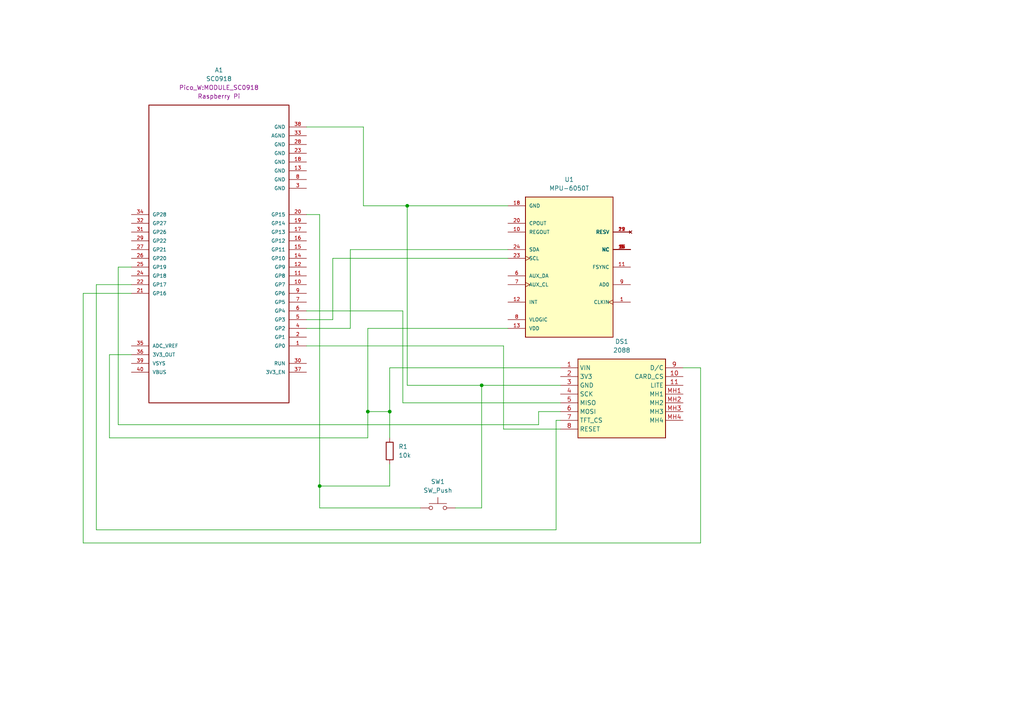
<source format=kicad_sch>
(kicad_sch (version 20231120) (generator "eeschema") (generator_version "8.0")
  (paper "A4")
  (title_block (title "Pico Wand") (date "2024-05-18"))
  (lib_symbols
    (symbol "Device:R" (pin_numbers hide) (pin_names (offset 0))
      (property "Reference" "R" (at 2.032 0 90))
      (property "Value" "R" (at 0 0 90))
      (symbol "R_0_1"
        (rectangle (start -1.016 -2.54) (end 1.016 2.54) (stroke (width 0.254)))
      )
      (symbol "R_1_1"
        (pin passive line (at 0 3.81 270) (length 1.27) (name "~") (number "1"))
        (pin passive line (at 0 -3.81 90) (length 1.27) (name "~") (number "2"))
      )
    )
    (symbol "MPU-6050:MPU-6050T" (pin_names (offset 1.016))
      (property "Reference" "U" (at -12.7 21.082 0))
      (property "Value" "MPU-6050T" (at -12.7 -22.86 0))
      (symbol "MPU-6050T_0_0"
        (rectangle (start -12.7 -20.32) (end 12.7 20.32) (stroke (width 0.254)) (fill (type background)))
        (pin input clock (at -17.78 10.16 0) (length 5.08) (name "CLKIN") (number "1"))
        (pin passive line (at 17.78 -10.16 180) (length 5.08) (name "REGOUT") (number "10"))
        (pin input line (at -17.78 0 0) (length 5.08) (name "FSYNC") (number "11"))
        (pin output line (at 17.78 10.16 180) (length 5.08) (name "INT") (number "12"))
        (pin power_in line (at 17.78 17.78 180) (length 5.08) (name "VDD") (number "13"))
        (pin passive line (at -17.78 -5.08 0) (length 5.08) (name "NC") (number "14"))
        (pin passive line (at -17.78 -5.08 0) (length 5.08) (name "NC") (number "15"))
        (pin passive line (at -17.78 -5.08 0) (length 5.08) (name "NC") (number "16"))
        (pin passive line (at -17.78 -5.08 0) (length 5.08) (name "NC") (number "17"))
        (pin power_in line (at 17.78 -17.78 180) (length 5.08) (name "GND") (number "18"))
        (pin no_connect line (at -17.78 -10.16 0) (length 5.08) (name "RESV") (number "19"))
        (pin passive line (at -17.78 -5.08 0) (length 5.08) (name "NC") (number "2"))
        (pin passive line (at 17.78 -12.7 180) (length 5.08) (name "CPOUT") (number "20"))
        (pin no_connect line (at -17.78 -10.16 0) (length 5.08) (name "RESV") (number "21"))
        (pin no_connect line (at -17.78 -10.16 0) (length 5.08) (name "RESV") (number "22"))
        (pin input clock (at 17.78 -2.54 180) (length 5.08) (name "SCL") (number "23"))
        (pin bidirectional line (at 17.78 -5.08 180) (length 5.08) (name "SDA") (number "24"))
        (pin passive line (at -17.78 -5.08 0) (length 5.08) (name "NC") (number "3"))
        (pin passive line (at -17.78 -5.08 0) (length 5.08) (name "NC") (number "4"))
        (pin passive line (at -17.78 -5.08 0) (length 5.08) (name "NC") (number "5"))
        (pin bidirectional line (at 17.78 2.54 180) (length 5.08) (name "AUX_DA") (number "6"))
        (pin output clock (at 17.78 5.08 180) (length 5.08) (name "AUX_CL") (number "7"))
        (pin power_in line (at 17.78 15.24 180) (length 5.08) (name "VLOGIC") (number "8"))
        (pin input line (at -17.78 5.08 0) (length 5.08) (name "AD0") (number "9"))
      )
    )
    (symbol "Pico_W:SC0918" (pin_names (offset 1.016))
      (property "Reference" "A1" (at 0 58.42 0))
      (property "Value" "SC0918" (at 0 55.88 0))
      (property "Footprint" "Pico_W:MODULE_SC0918" (at -12.7 -46.99 0))
      (property "manufacturer" "Raspberry Pi" (at 0 53.34 0))
      (symbol "SC0918_0_0"
        (rectangle (start -20.32 -43.18) (end 20.32 43.18) (stroke (width 0.254)))
        (pin bidirectional line (at -25.4 26.67 0) (length 5.08) (name "GP0") (number "1"))
        (pin bidirectional line (at -25.4 8.89 0) (length 5.08) (name "GP7") (number "10"))
        (pin bidirectional line (at -25.4 6.35 0) (length 5.08) (name "GP8") (number "11"))
        (pin bidirectional line (at -25.4 3.81 0) (length 5.08) (name "GP9") (number "12"))
        (pin power_in line (at -25.4 -24.13 0) (length 5.08) (name "GND") (number "13"))
        (pin bidirectional line (at -25.4 1.27 0) (length 5.08) (name "GP10") (number "14"))
        (pin bidirectional line (at -25.4 -1.27 0) (length 5.08) (name "GP11") (number "15"))
        (pin bidirectional line (at -25.4 -3.81 0) (length 5.08) (name "GP12") (number "16"))
        (pin bidirectional line (at -25.4 -6.35 0) (length 5.08) (name "GP13") (number "17"))
        (pin power_in line (at -25.4 -26.67 0) (length 5.08) (name "GND") (number "18"))
        (pin bidirectional line (at -25.4 -8.89 0) (length 5.08) (name "GP14") (number "19"))
        (pin bidirectional line (at -25.4 24.13 0) (length 5.08) (name "GP1") (number "2"))
        (pin bidirectional line (at -25.4 -11.43 0) (length 5.08) (name "GP15") (number "20"))
        (pin bidirectional line (at 25.4 11.43 180) (length 5.08) (name "GP16") (number "21"))
        (pin bidirectional line (at 25.4 8.89 180) (length 5.08) (name "GP17") (number "22"))
        (pin power_in line (at -25.4 -29.21 0) (length 5.08) (name "GND") (number "23"))
        (pin bidirectional line (at 25.4 6.35 180) (length 5.08) (name "GP18") (number "24"))
        (pin bidirectional line (at 25.4 3.81 180) (length 5.08) (name "GP19") (number "25"))
        (pin bidirectional line (at 25.4 1.27 180) (length 5.08) (name "GP20") (number "26"))
        (pin bidirectional line (at 25.4 -1.27 180) (length 5.08) (name "GP21") (number "27"))
        (pin power_in line (at -25.4 -31.75 0) (length 5.08) (name "GND") (number "28"))
        (pin bidirectional line (at 25.4 -3.81 180) (length 5.08) (name "GP22") (number "29"))
        (pin power_in line (at -25.4 -19.05 0) (length 5.08) (name "GND") (number "3"))
        (pin input line (at -25.4 31.75 0) (length 5.08) (name "RUN") (number "30"))
        (pin bidirectional line (at 25.4 -6.35 180) (length 5.08) (name "GP26") (number "31"))
        (pin bidirectional line (at 25.4 -8.89 180) (length 5.08) (name "GP27") (number "32"))
        (pin power_in line (at -25.4 -34.29 0) (length 5.08) (name "AGND") (number "33"))
        (pin bidirectional line (at 25.4 -11.43 180) (length 5.08) (name "GP28") (number "34"))
        (pin power_in line (at 25.4 26.67 180) (length 5.08) (name "ADC_VREF") (number "35"))
        (pin power_in line (at 25.4 29.21 180) (length 5.08) (name "3V3_OUT") (number "36"))
        (pin input line (at -25.4 34.29 0) (length 5.08) (name "3V3_EN") (number "37"))
        (pin power_in line (at -25.4 -36.83 0) (length 5.08) (name "GND") (number "38"))
        (pin free line (at 25.4 31.75 180) (length 5.08) (name "VSYS") (number "39"))
        (pin bidirectional line (at -25.4 21.59 0) (length 5.08) (name "GP2") (number "4"))
        (pin free line (at 25.4 34.29 180) (length 5.08) (name "VBUS") (number "40"))
        (pin bidirectional line (at -25.4 19.05 0) (length 5.08) (name "GP3") (number "5"))
        (pin bidirectional line (at -25.4 16.51 0) (length 5.08) (name "GP4") (number "6"))
        (pin bidirectional line (at -25.4 13.97 0) (length 5.08) (name "GP5") (number "7"))
        (pin power_in line (at -25.4 -21.59 0) (length 5.08) (name "GND") (number "8"))
        (pin bidirectional line (at -25.4 11.43 0) (length 5.08) (name "GP6") (number "9"))
      )
    )
    (symbol "ST7735:2088"
      (property "Reference" "DS" (at 31.75 7.62 0))
      (property "Value" "2088" (at 31.75 5.08 0))
      (symbol "2088_1_1"
        (rectangle (start 5.08 2.54) (end 30.48 -20.32) (stroke (width 0.254)) (fill (type background)))
        (pin passive line (at 0 0 0) (length 5.08) (name "VIN") (number "1"))
        (pin passive line (at 35.56 -2.54 180) (length 5.08) (name "CARD_CS") (number "10"))
        (pin passive line (at 35.56 -5.08 180) (length 5.08) (name "LITE") (number "11"))
        (pin passive line (at 0 -2.54 0) (length 5.08) (name "3V3") (number "2"))
        (pin passive line (at 0 -5.08 0) (length 5.08) (name "GND") (number "3"))
        (pin passive line (at 0 -7.62 0) (length 5.08) (name "SCK") (number "4"))
        (pin passive line (at 0 -10.16 0) (length 5.08) (name "MISO") (number "5"))
        (pin passive line (at 0 -12.7 0) (length 5.08) (name "MOSI") (number "6"))
        (pin passive line (at 0 -15.24 0) (length 5.08) (name "TFT_CS") (number "7"))
        (pin passive line (at 0 -17.78 0) (length 5.08) (name "RESET") (number "8"))
        (pin passive line (at 35.56 0 180) (length 5.08) (name "D/C") (number "9"))
        (pin passive line (at 35.56 -7.62 180) (length 5.08) (name "MH1") (number "MH1"))
        (pin passive line (at 35.56 -10.16 180) (length 5.08) (name "MH2") (number "MH2"))
        (pin passive line (at 35.56 -12.7 180) (length 5.08) (name "MH3") (number "MH3"))
        (pin passive line (at 35.56 -15.24 180) (length 5.08) (name "MH4") (number "MH4"))
      )
    )
    (symbol "Switch:SW_Push" (pin_numbers hide) (pin_names (offset 1.016) hide)
      (property "Reference" "SW" (at 1.27 2.54 0))
      (property "Value" "SW_Push" (at 0 -1.524 0))
      (symbol "SW_Push_0_1"
        (circle (center -2.032 0) (radius 0.508))
        (polyline (pts (xy 0 1.27) (xy 0 3.048)))
        (polyline (pts (xy 2.54 1.27) (xy -2.54 1.27)))
        (circle (center 2.032 0) (radius 0.508))
        (pin passive line (at -5.08 0 0) (length 2.54) (name "1") (number "1"))
        (pin passive line (at 5.08 0 180) (length 2.54) (name "2") (number "2"))
      )
    )
  )
  (junction (at 113.03 119.38))
  (junction (at 92.71 140.97))
  (junction (at 139.7 111.76))
  (junction (at 118.11 59.69))
  (junction (at 106.68 119.38))
  (wire (pts (xy 92.71 62.23) (xy 92.71 140.97)))
  (wire (pts (xy 105.41 36.83) (xy 105.41 59.69)))
  (wire (pts (xy 92.71 147.32) (xy 121.92 147.32)))
  (wire (pts (xy 203.2 106.68) (xy 198.12 106.68)))
  (wire (pts (xy 139.7 111.76) (xy 162.56 111.76)))
  (wire (pts (xy 132.08 147.32) (xy 139.7 147.32)))
  (wire (pts (xy 38.1 102.87) (xy 31.75 102.87)))
  (wire (pts (xy 24.13 157.48) (xy 203.2 157.48)))
  (wire (pts (xy 118.11 59.69) (xy 147.32 59.69)))
  (wire (pts (xy 34.29 123.19) (xy 156.21 123.19)))
  (wire (pts (xy 156.21 123.19) (xy 156.21 119.38)))
  (wire (pts (xy 105.41 59.69) (xy 118.11 59.69)))
  (wire (pts (xy 34.29 77.47) (xy 34.29 123.19)))
  (wire (pts (xy 106.68 119.38) (xy 113.03 119.38)))
  (wire (pts (xy 139.7 147.32) (xy 139.7 111.76)))
  (wire (pts (xy 92.71 140.97) (xy 113.03 140.97)))
  (wire (pts (xy 88.9 92.71) (xy 96.52 92.71)))
  (wire (pts (xy 203.2 157.48) (xy 203.2 106.68)))
  (wire (pts (xy 146.05 100.33) (xy 146.05 124.46)))
  (wire (pts (xy 106.68 95.25) (xy 106.68 119.38)))
  (wire (pts (xy 96.52 92.71) (xy 96.52 74.93)))
  (wire (pts (xy 88.9 90.17) (xy 116.84 90.17)))
  (wire (pts (xy 113.03 134.62) (xy 113.03 140.97)))
  (wire (pts (xy 88.9 62.23) (xy 92.71 62.23)))
  (wire (pts (xy 161.29 153.67) (xy 161.29 121.92)))
  (wire (pts (xy 88.9 36.83) (xy 105.41 36.83)))
  (wire (pts (xy 106.68 127) (xy 106.68 119.38)))
  (wire (pts (xy 88.9 95.25) (xy 101.6 95.25)))
  (wire (pts (xy 38.1 85.09) (xy 24.13 85.09)))
  (wire (pts (xy 27.94 82.55) (xy 27.94 153.67)))
  (wire (pts (xy 88.9 100.33) (xy 146.05 100.33)))
  (wire (pts (xy 146.05 124.46) (xy 162.56 124.46)))
  (wire (pts (xy 113.03 106.68) (xy 162.56 106.68)))
  (wire (pts (xy 38.1 82.55) (xy 27.94 82.55)))
  (wire (pts (xy 92.71 147.32) (xy 92.71 140.97)))
  (wire (pts (xy 156.21 119.38) (xy 162.56 119.38)))
  (wire (pts (xy 101.6 95.25) (xy 101.6 72.39)))
  (wire (pts (xy 38.1 77.47) (xy 34.29 77.47)))
  (wire (pts (xy 116.84 90.17) (xy 116.84 116.84)))
  (wire (pts (xy 147.32 95.25) (xy 106.68 95.25)))
  (wire (pts (xy 101.6 72.39) (xy 147.32 72.39)))
  (wire (pts (xy 118.11 59.69) (xy 118.11 111.76)))
  (wire (pts (xy 24.13 85.09) (xy 24.13 157.48)))
  (wire (pts (xy 96.52 74.93) (xy 147.32 74.93)))
  (wire (pts (xy 31.75 102.87) (xy 31.75 127)))
  (wire (pts (xy 116.84 116.84) (xy 162.56 116.84)))
  (wire (pts (xy 113.03 127) (xy 113.03 119.38)))
  (wire (pts (xy 31.75 127) (xy 106.68 127)))
  (wire (pts (xy 27.94 153.67) (xy 161.29 153.67)))
  (wire (pts (xy 118.11 111.76) (xy 139.7 111.76)))
  (wire (pts (xy 113.03 106.68) (xy 113.03 119.38)))
  (wire (pts (xy 161.29 121.92) (xy 162.56 121.92)))
  (symbol (lib_id "MPU-6050:MPU-6050T") (at 165.1 77.47 180) (unit 1)
    (property "Reference" "U1" (at 165.1 52.07 0))
    (property "Value" "MPU-6050T" (at 165.1 54.61 0))
    (property "Footprint" "MPU-6050T:QFN50P400X400X95-24N" (effects (hide yes)))
    (property "MF" "TDK InvenSense" (effects (hide yes)))
    (property "MAXIMUM_PACKAGE_HEIGHT" "0.95mm" (effects (hide yes)))
    (property "Package" "QFN-24 InvenSense" (effects (hide yes)))
    (property "Price" "None" (effects (hide yes)))
    (property "Check_prices" "https://www.snapeda.com/parts/MPU-6050T/InvenSense/view-part/?ref=eda" (effects (hide yes)))
    (property "STANDARD" "IPC-7351B" (effects (hide yes)))
    (property "PARTREV" "3.4" (effects (hide yes)))
    (property "SnapEDA_Link" "https://www.snapeda.com/parts/MPU-6050T/InvenSense/view-part/?ref=snap" (effects (hide yes)))
    (property "MP" "MPU-6050T" (effects (hide yes)))
    (property "Description_1" "\n3-Axis Gyro+3-Axis Accelerometer\n" (effects (hide yes)))
    (property "Availability" "Not in stock" (effects (hide yes)))
    (property "MANUFACTURER" "InvenSense" (effects (hide yes)))
  )
  (symbol (lib_id "Switch:SW_Push") (at 127 147.32 0) (unit 1)
    (property "Reference" "SW1" (at 127 139.7 0))
    (property "Value" "SW_Push" (at 127 142.24 0))
    (property "Description" "Push button switch, generic, two pins" (effects (hide yes)))
  )
  (symbol (lib_id "Device:R") (at 113.03 130.81 0) (unit 1)
    (property "Reference" "R1" (at 115.57 129.5399 0) (effects (justify left)))
    (property "Value" "10k" (at 115.57 132.0799 0) (effects (justify left)))
    (property "Description" "Resistor" (effects (hide yes)))
  )
  (symbol (lib_id "Pico_W:SC0918") (at 63.5 73.66 180) (unit 1)
    (property "Reference" "A1" (at 63.5 20.32 0))
    (property "Value" "SC0918" (at 63.5 22.86 0))
    (property "Footprint" "Pico_W:MODULE_SC0918" (at 63.5 25.4 0))
    (property "Datasheet" "https://datasheets.raspberrypi.com/picow/pico-w-datasheet.pdf" (effects (hide yes)))
    (property "manufacturer" "Raspberry Pi" (at 63.5 27.94 0))
    (property "P/N" "SC0918" (effects (hide yes)))
    (property "PARTREV" "1.6" (effects (hide yes)))
    (property "MAXIMUM_PACKAGE_HEIGHT" "3.73mm" (effects (hide yes)))
  )
  (symbol (lib_id "ST7735:2088") (at 162.56 106.68 0) (unit 1)
    (property "Reference" "DS1" (at 180.34 99.06 0))
    (property "Value" "2088" (at 180.34 101.6 0))
    (property "Footprint" "2088" (effects (hide yes)))
    (property "Datasheet" "https://learn.adafruit.com/downloads/pdf/adafruit-1-44-color-tft-with-micro-sd-socket.pdf" (effects (hide yes)))
    (property "Description" "2088" (effects (hide yes)))
    (property "Height" "7" (effects (hide yes)))
    (property "Mouser Part Number" "485-2088" (effects (hide yes)))
    (property "Mouser Price/Stock" "https://www.mouser.co.uk/ProductDetail/Adafruit/2088?qs=GURawfaeGuDQCatXEXSNAg%3D%3D" (effects (hide yes)))
    (property "Manufacturer_Name" "Adafruit" (effects (hide yes)))
    (property "Manufacturer_Part_Number" "2088" (effects (hide yes)))
  )
)
</source>
